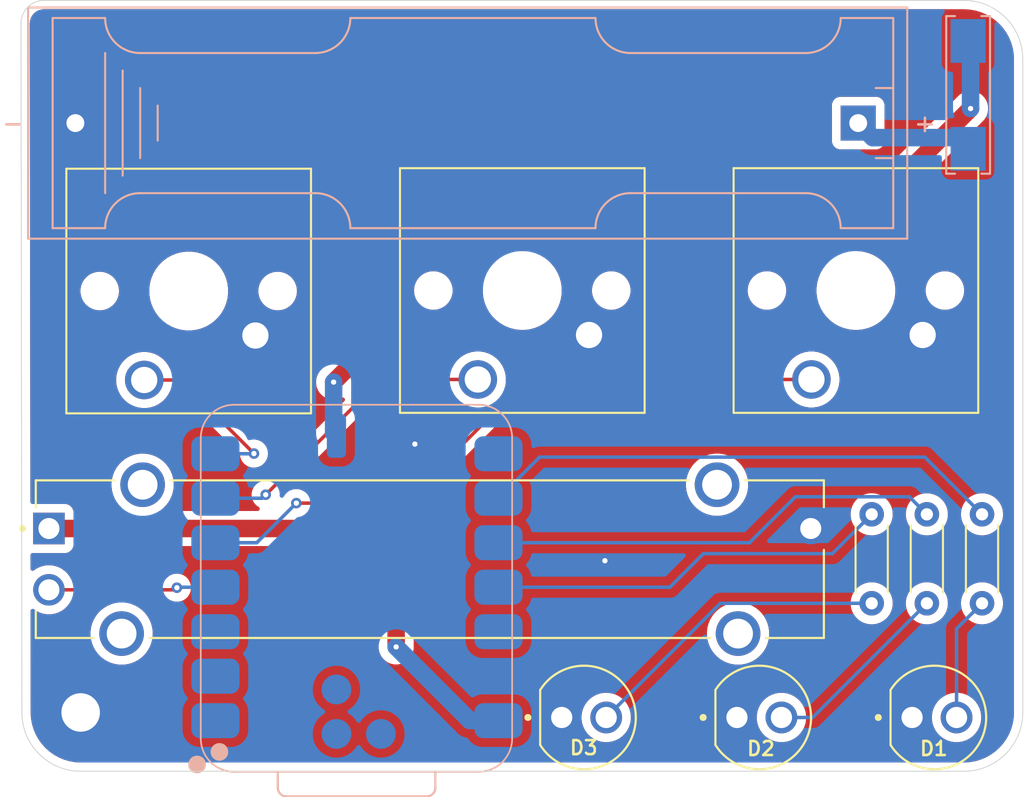
<source format=kicad_pcb>
(kicad_pcb (version 20241229) (generator "pcbnew") (generator_version "9.0")
  (layers (0 "F.Cu" signal) (2 "B.Cu" signal) (13 "F.Paste" user) (15 "B.Paste" user) (5 "F.SilkS" user "F.Silkscreen") (7 "B.SilkS" user "B.Silkscreen") (1 "F.Mask" user) (3 "B.Mask" user) (25 "Edge.Cuts" user))
  (net 0 "")
  (net 1 "+5V")
  (net 2 "Net-(D1-PadA)")
  (net 4 "LED1")
  (net 5 "S1")
  (net 6 "GND")
  (net 10 "S2")
  (net 12 "S3")
  (net 13 "Net-(SW4-B)")
  (net 14 "Net-(D2-PadA)")
  (net 15 "LED2")
  (net 16 "A0")
  (net 17 "LED3")
  (net 18 "Net-(D3-PadA)")
  (net 19 "Net-(BT1-+)")
  (footprint "Resistor_THT:R_Axial_DIN0204_L3.6mm_D1.6mm_P5.08mm_Horizontal" (layer "F.Cu") (at 170.34 142.94 -90)
    (property "Reference" "R3" (hide yes))
    (property "Value" "5k" (hide yes))
    (fp_line (start 0.62 0.92) (end 4.46 0.92) (stroke (width 0.12)) (layer "F.SilkS"))
    (fp_line (start 0.62 -0.92) (end 4.46 -0.92) (stroke (width 0.12)) (layer "F.SilkS"))
    (pad "1" thru_hole circle (at 0 0 270) (size 1.4 1.4) (drill 0.7) (layers "*.Cu" "*.Mask") (net 15 "LED2"))
    (pad "2" thru_hole circle (at 5.08 0 270) (size 1.4 1.4) (drill 0.7) (layers "*.Cu" "*.Mask") (net 14 "Net-(D2-PadA)"))
  )
  (footprint "e390cee6c564169ed6d49fe7a268946ec8897500_l08r5000q1:LEDRD254W57D500H1070" (layer "F.Cu") (at 150.76 154.54)
    (property "Reference" "D3" (at -0.013876 1.73 180) (layer "F.SilkS") (effects (font (size 0.8 0.8))))
    (property "Value" "L08R5000Q1" (hide yes))
    (fp_line (start -2.5 -1.566) (end -2.5 1.566) (stroke (width 0.127)) (layer "F.SilkS"))
    (fp_arc (start -2.5 -1.566) (mid 2.961291 0) (end -2.5 1.566) (stroke (width 0.127)) (layer "F.SilkS"))
    (fp_circle (center -3.2 0) (end -3.1 0) (stroke (width 0.2)) (fill no) (layer "F.SilkS"))
    (pad "A" thru_hole circle (at 1.27 0) (size 1.815 1.815) (drill 1.21) (layers "*.Cu" "*.Mask") (net 18 "Net-(D3-PadA)"))
    (pad "C" thru_hole rect (at -1.27 0) (size 1.815 1.815) (drill 1.21) (layers "*.Cu" "*.Mask") (net 6 "GND"))
  )
  (footprint "Button_Switch_Keyboard:SW_Cherry_MX_1.00u_PCB" (layer "F.Cu") (at 125.65 135.27 180)
    (property "Reference" "SW3" (hide yes))
    (property "Value" "SW_Push" (hide yes))
    (fp_line (start 4.445 12.065) (end -9.525 12.065) (stroke (width 0.12)) (layer "F.SilkS"))
    (fp_line (start 4.445 -1.905) (end 4.445 12.065) (stroke (width 0.12)) (layer "F.SilkS"))
    (fp_line (start -9.525 12.065) (end -9.525 -1.905) (stroke (width 0.12)) (layer "F.SilkS"))
    (fp_line (start -9.525 -1.905) (end 4.445 -1.905) (stroke (width 0.12)) (layer "F.SilkS"))
    (pad "" np_thru_hole circle (at -7.62 5.08 180) (size 1.7 1.7) (drill 1.7) (layers "*.Cu" "*.Mask"))
    (pad "" np_thru_hole circle (at -2.54 5.08 180) (size 4 4) (drill 4) (layers "*.Cu" "*.Mask"))
    (pad "" np_thru_hole circle (at 2.54 5.08 180) (size 1.7 1.7) (drill 1.7) (layers "*.Cu" "*.Mask"))
    (pad "1" thru_hole circle (at 0 0 180) (size 2.2 2.2) (drill 1.5) (layers "*.Cu" "*.Mask") (net 12 "S3"))
    (pad "2" thru_hole circle (at -6.35 2.54 180) (size 2.2 2.2) (drill 1.5) (layers "*.Cu" "*.Mask") (net 6 "GND"))
  )
  (footprint "e390cee6c564169ed6d49fe7a268946ec8897500_l08r5000q1:LEDRD254W57D500H1070" (layer "F.Cu") (at 170.766124 154.54)
    (property "Reference" "D1" (at -0.03 1.78 0) (layer "F.SilkS") (effects (font (size 0.8 0.8))))
    (property "Value" "L08R5000Q1" (hide yes))
    (fp_line (start -2.5 -1.566) (end -2.5 1.566) (stroke (width 0.127)) (layer "F.SilkS"))
    (fp_arc (start -2.5 -1.566) (mid 2.961291 0) (end -2.5 1.566) (stroke (width 0.127)) (layer "F.SilkS"))
    (fp_circle (center -3.2 0) (end -3.1 0) (stroke (width 0.2)) (fill no) (layer "F.SilkS"))
    (pad "A" thru_hole circle (at 1.27 0) (size 1.815 1.815) (drill 1.21) (layers "*.Cu" "*.Mask") (net 2 "Net-(D1-PadA)"))
    (pad "C" thru_hole rect (at -1.27 0) (size 1.815 1.815) (drill 1.21) (layers "*.Cu" "*.Mask") (net 6 "GND"))
  )
  (footprint "LOGO" (layer "F.Cu") (at 143.236124 117.54 180)
    (property "Reference" "G***" (hide yes))
    (property "Value" "LOGO" (hide yes))
  )
  (footprint "Button_Switch_Keyboard:SW_Cherry_MX_1.00u_PCB" (layer "F.Cu") (at 163.75 135.24 180)
    (property "Reference" "SW1" (hide yes))
    (property "Value" "SW_Push" (hide yes))
    (fp_line (start 4.445 12.065) (end -9.525 12.065) (stroke (width 0.12)) (layer "F.SilkS"))
    (fp_line (start 4.445 -1.905) (end 4.445 12.065) (stroke (width 0.12)) (layer "F.SilkS"))
    (fp_line (start -9.525 12.065) (end -9.525 -1.905) (stroke (width 0.12)) (layer "F.SilkS"))
    (fp_line (start -9.525 -1.905) (end 4.445 -1.905) (stroke (width 0.12)) (layer "F.SilkS"))
    (pad "" np_thru_hole circle (at -7.62 5.08 180) (size 1.7 1.7) (drill 1.7) (layers "*.Cu" "*.Mask"))
    (pad "" np_thru_hole circle (at -2.54 5.08 180) (size 4 4) (drill 4) (layers "*.Cu" "*.Mask"))
    (pad "" np_thru_hole circle (at 2.54 5.08 180) (size 1.7 1.7) (drill 1.7) (layers "*.Cu" "*.Mask"))
    (pad "1" thru_hole circle (at 0 0 180) (size 2.2 2.2) (drill 1.5) (layers "*.Cu" "*.Mask") (net 5 "S1"))
    (pad "2" thru_hole circle (at -6.35 2.54 180) (size 2.2 2.2) (drill 1.5) (layers "*.Cu" "*.Mask") (net 6 "GND"))
  )
  (footprint "Resistor_THT:R_Axial_DIN0204_L3.6mm_D1.6mm_P5.08mm_Horizontal" (layer "F.Cu") (at 167.19 142.94 -90)
    (property "Reference" "R4" (hide yes))
    (property "Value" "5k" (hide yes))
    (fp_line (start 0.62 0.92) (end 4.46 0.92) (stroke (width 0.12)) (layer "F.SilkS"))
    (fp_line (start 0.62 -0.92) (end 4.46 -0.92) (stroke (width 0.12)) (layer "F.SilkS"))
    (pad "1" thru_hole circle (at 0 0 270) (size 1.4 1.4) (drill 0.7) (layers "*.Cu" "*.Mask") (net 17 "LED3"))
    (pad "2" thru_hole circle (at 5.08 0 270) (size 1.4 1.4) (drill 0.7) (layers "*.Cu" "*.Mask") (net 18 "Net-(D3-PadA)"))
  )
  (footprint "e390cee6c564169ed6d49fe7a268946ec8897500_l08r5000q1:LEDRD254W57D500H1070" (layer "F.Cu") (at 160.766124 154.54)
    (property "Reference" "D2" (at 0.1 1.78 180) (layer "F.SilkS") (effects (font (size 0.8 0.8))))
    (property "Value" "L08R5000Q1" (hide yes))
    (fp_line (start -2.5 -1.566) (end -2.5 1.566) (stroke (width 0.127)) (layer "F.SilkS"))
    (fp_arc (start -2.5 -1.566) (mid 2.961291 0) (end -2.5 1.566) (stroke (width 0.127)) (layer "F.SilkS"))
    (fp_circle (center -3.2 0) (end -3.1 0) (stroke (width 0.2)) (fill no) (layer "F.SilkS"))
    (pad "A" thru_hole circle (at 1.27 0) (size 1.815 1.815) (drill 1.21) (layers "*.Cu" "*.Mask") (net 14 "Net-(D2-PadA)"))
    (pad "C" thru_hole rect (at -1.27 0) (size 1.815 1.815) (drill 1.21) (layers "*.Cu" "*.Mask") (net 6 "GND"))
  )
  (footprint "Resistor_THT:R_Axial_DIN0204_L3.6mm_D1.6mm_P5.08mm_Horizontal" (layer "F.Cu") (at 173.49 142.94 -90)
    (property "Reference" "R2" (hide yes))
    (property "Value" "5k" (hide yes))
    (fp_line (start 0.62 0.92) (end 4.46 0.92) (stroke (width 0.12)) (layer "F.SilkS"))
    (fp_line (start 0.62 -0.92) (end 4.46 -0.92) (stroke (width 0.12)) (layer "F.SilkS"))
    (pad "1" thru_hole circle (at 0 0 270) (size 1.4 1.4) (drill 0.7) (layers "*.Cu" "*.Mask") (net 4 "LED1"))
    (pad "2" thru_hole circle (at 5.08 0 270) (size 1.4 1.4) (drill 0.7) (layers "*.Cu" "*.Mask") (net 2 "Net-(D1-PadA)"))
  )
  (footprint "MountingHole:MountingHole_2.2mm_M2_DIN965_Pad" (layer "F.Cu") (at 122.0219 154.2541)
    (property "Reference" "H1" (hide yes))
    (property "Value" "MountingHole_Pad" (hide yes))
    (pad "1" thru_hole circle (at 0 0) (size 3.8 3.8) (drill 2.2) (layers "*.Cu" "*.Mask") (net 6 "GND"))
  )
  (footprint "Button_Switch_Keyboard:SW_Cherry_MX_1.00u_PCB" (layer "F.Cu") (at 144.7 135.24 180)
    (property "Reference" "SW2" (hide yes))
    (property "Value" "SW_Push" (hide yes))
    (fp_line (start 4.445 12.065) (end -9.525 12.065) (stroke (width 0.12)) (layer "F.SilkS"))
    (fp_line (start 4.445 -1.905) (end 4.445 12.065) (stroke (width 0.12)) (layer "F.SilkS"))
    (fp_line (start -9.525 12.065) (end -9.525 -1.905) (stroke (width 0.12)) (layer "F.SilkS"))
    (fp_line (start -9.525 -1.905) (end 4.445 -1.905) (stroke (width 0.12)) (layer "F.SilkS"))
    (pad "" np_thru_hole circle (at -7.62 5.08 180) (size 1.7 1.7) (drill 1.7) (layers "*.Cu" "*.Mask"))
    (pad "" np_thru_hole circle (at -2.54 5.08 180) (size 4 4) (drill 4) (layers "*.Cu" "*.Mask"))
    (pad "" np_thru_hole circle (at 2.54 5.08 180) (size 1.7 1.7) (drill 1.7) (layers "*.Cu" "*.Mask"))
    (pad "1" thru_hole circle (at 0 0 180) (size 2.2 2.2) (drill 1.5) (layers "*.Cu" "*.Mask") (net 10 "S2"))
    (pad "2" thru_hole circle (at -6.35 2.54 180) (size 2.2 2.2) (drill 1.5) (layers "*.Cu" "*.Mask") (net 6 "GND"))
  )
  (footprint "PTA3043_2015CPB103:TRIM_PTA3043-2015CPB103" (layer "F.Cu") (at 141.96 145.5)
    (property "Reference" "R1" (hide yes))
    (property "Value" "PTA6043-2015CPB103" (hide yes))
    (fp_line (start -22.5 -4.5) (end -17.995 -4.5) (stroke (width 0.127)) (layer "F.SilkS"))
    (fp_line (start -22.5 -2.97) (end -22.5 -4.5) (stroke (width 0.127)) (layer "F.SilkS"))
    (fp_line (start -22.5 4.5) (end -22.5 2.97) (stroke (width 0.127)) (layer "F.SilkS"))
    (fp_line (start -19.195 4.5) (end -22.5 4.5) (stroke (width 0.127)) (layer "F.SilkS"))
    (fp_line (start -16.005 4.5) (end 16.005 4.5) (stroke (width 0.127)) (layer "F.SilkS"))
    (fp_line (start -14.805 -4.5) (end 14.805 -4.5) (stroke (width 0.127)) (layer "F.SilkS"))
    (fp_line (start 17.995 -4.5) (end 22.5 -4.5) (stroke (width 0.127)) (layer "F.SilkS"))
    (fp_line (start 22.5 -4.5) (end 22.5 -2.97) (stroke (width 0.127)) (layer "F.SilkS"))
    (fp_line (start 22.5 4.5) (end 19.195 4.5) (stroke (width 0.127)) (layer "F.SilkS"))
    (fp_line (start 22.5 4.5) (end 22.5 -0.53) (stroke (width 0.127)) (layer "F.SilkS"))
    (fp_circle (center -23.25 -1.75) (end -23.15 -1.75) (stroke (width 0.2)) (fill no) (layer "F.SilkS"))
    (pad "1" thru_hole rect (at -21.75 -1.75) (size 1.8 1.8) (drill 1.2) (layers "*.Cu" "*.Mask") (net 1 "+5V"))
    (pad "2" thru_hole circle (at -21.75 1.75) (size 1.8 1.8) (drill 1.2) (layers "*.Cu" "*.Mask") (net 16 "A0"))
    (pad "3" thru_hole circle (at 21.75 -1.75) (size 1.8 1.8) (drill 1.2) (layers "*.Cu" "*.Mask") (net 6 "GND"))
    (pad "SH1" thru_hole circle (at -16.4 -4.25) (size 2.55 2.55) (drill 1.7) (layers "*.Cu" "*.Mask"))
    (pad "SH2" thru_hole circle (at -17.6 4.25) (size 2.55 2.55) (drill 1.7) (layers "*.Cu" "*.Mask"))
    (pad "SH3" thru_hole circle (at 16.4 -4.25) (size 2.55 2.55) (drill 1.7) (layers "*.Cu" "*.Mask"))
    (pad "SH4" thru_hole circle (at 17.6 4.25) (size 2.55 2.55) (drill 1.7) (layers "*.Cu" "*.Mask"))
  )
  (footprint "Battery:BatteryHolder_Keystone_2466_1xAAA" (layer "B.Cu") (at 166.42 120.6 180)
    (property "Reference" "BT1" (hide yes))
    (property "Value" "Battery" (hide yes))
    (fp_line (start 47.4 6.6) (end -2.8 6.6) (stroke (width 0.12)) (layer "B.SilkS"))
    (fp_line (start 47.4 -6.6) (end 47.4 6.6) (stroke (width 0.12)) (layer "B.SilkS"))
    (fp_line (start 46 6) (end 46 -6) (stroke (width 0.12)) (layer "B.SilkS"))
    (fp_line (start 46 6) (end 43 6) (stroke (width 0.12)) (layer "B.SilkS"))
    (fp_line (start 46 -6) (end 43 -6) (stroke (width 0.12)) (layer "B.SilkS"))
    (fp_line (start 43 4) (end 43 -4) (stroke (width 0.12)) (layer "B.SilkS"))
    (fp_line (start 42 -3) (end 42 3) (stroke (width 0.12)) (layer "B.SilkS"))
    (fp_line (start 41 4) (end 31 4) (stroke (width 0.12)) (layer "B.SilkS"))
    (fp_line (start 41 2) (end 41 -2) (stroke (width 0.12)) (layer "B.SilkS"))
    (fp_line (start 41 -4) (end 31 -4) (stroke (width 0.12)) (layer "B.SilkS"))
    (fp_line (start 40 1) (end 40 -1) (stroke (width 0.12)) (layer "B.SilkS"))
    (fp_line (start 29 6) (end 15 6) (stroke (width 0.12)) (layer "B.SilkS"))
    (fp_line (start 15 -6) (end 29 -6) (stroke (width 0.12)) (layer "B.SilkS"))
    (fp_line (start 3 4) (end 13 4) (stroke (width 0.12)) (layer "B.SilkS"))
    (fp_line (start 3 -4) (end 13 -4) (stroke (width 0.12)) (layer "B.SilkS"))
    (fp_line (start -1 -2) (end -2 -2) (stroke (width 0.12)) (layer "B.SilkS"))
    (fp_line (start -2 6) (end 1 6) (stroke (width 0.12)) (layer "B.SilkS"))
    (fp_line (start -2 6) (end -2 -6) (stroke (width 0.12)) (layer "B.SilkS"))
    (fp_line (start -2 2) (end -1 2) (stroke (width 0.12)) (layer "B.SilkS"))
    (fp_line (start -2 -6) (end 1 -6) (stroke (width 0.12)) (layer "B.SilkS"))
    (fp_line (start -2.8 6.6) (end -2.8 -6.6) (stroke (width 0.12)) (layer "B.SilkS"))
    (fp_line (start -2.8 -6.6) (end 47.4 -6.6) (stroke (width 0.12)) (layer "B.SilkS"))
    (fp_arc (start 43 -6) (mid 42.414214 -4.585786) (end 41 -4) (stroke (width 0.12)) (layer "B.SilkS"))
    (fp_arc (start 41 4) (mid 42.414214 4.585786) (end 43 6) (stroke (width 0.12)) (layer "B.SilkS"))
    (fp_arc (start 31 -4) (mid 29.585786 -4.585786) (end 29 -6) (stroke (width 0.12)) (layer "B.SilkS"))
    (fp_arc (start 29 6) (mid 29.585786 4.585786) (end 31 4) (stroke (width 0.12)) (layer "B.SilkS"))
    (fp_arc (start 15 -6) (mid 14.414214 -4.585786) (end 13 -4) (stroke (width 0.12)) (layer "B.SilkS"))
    (fp_arc (start 13 4) (mid 14.414214 4.585786) (end 15 6) (stroke (width 0.12)) (layer "B.SilkS"))
    (fp_arc (start 3 -4) (mid 1.585786 -4.585786) (end 1 -6) (stroke (width 0.12)) (layer "B.SilkS"))
    (fp_arc (start 1 6) (mid 1.585786 4.585786) (end 3 4) (stroke (width 0.12)) (layer "B.SilkS"))
    (fp_text user "+" (at -3.81 0 0) (layer "B.SilkS") (effects (justify mirror)))
    (fp_text user "-" (at 48.26 0 0) (layer "B.SilkS") (effects (justify mirror)))
    (pad "1" thru_hole rect (at 0 0 180) (size 2 2) (drill 1.02) (layers "*.Cu" "*.Mask") (net 19 "Net-(BT1-+)"))
    (pad "2" thru_hole circle (at 44.7 0 180) (size 2 2) (drill 1.02) (layers "*.Cu" "*.Mask") (net 6 "GND"))
  )
  (footprint "Button_Switch_SMD:SW_SPST_REED_CT05-XXXX-J1" (layer "B.Cu") (at 172.696124 118.99 90)
    (property "Reference" "SW4" (hide yes))
    (property "Value" "SW_SPST" (hide yes))
    (fp_line (start 4.5 -1.25) (end 4.5 -0.75) (stroke (width 0.12)) (layer "B.SilkS"))
    (fp_line (start -4.5 -1.25) (end 4.5 -1.25) (stroke (width 0.12)) (layer "B.SilkS"))
    (fp_line (start -4.5 -0.75) (end -4.5 -1.25) (stroke (width 0.12)) (layer "B.SilkS"))
    (fp_line (start 4.5 0.75) (end 4.5 1.25) (stroke (width 0.12)) (layer "B.SilkS"))
    (fp_line (start 4.5 1.25) (end -4.5 1.25) (stroke (width 0.12)) (layer "B.SilkS"))
    (fp_line (start -4.5 1.25) (end -4.5 0.75) (stroke (width 0.12)) (layer "B.SilkS"))
    (pad "1" smd rect (at -3.08 0 90) (size 2.5 2) (layers "B.Cu" "B.Mask" "B.Paste") (net 19 "Net-(BT1-+)"))
    (pad "2" smd rect (at 3.08 0 90) (size 2.5 2) (layers "B.Cu" "B.Mask" "B.Paste") (net 13 "Net-(SW4-B)"))
  )
  (footprint "Seeed Studio XIAO Series Library:XIAO-RP2040-SMD" (layer "B.Cu") (at 137.715 147.102)
    (property "Reference" "U1" (hide yes))
    (property "Value" "XIAO-RP2040-SMD" (hide yes))
    (fp_line (start -8.835 -8.513) (end -8.835 8.632) (stroke (width 0.1)) (layer "B.SilkS"))
    (fp_line (start -6.93 -10.418) (end 7.04 -10.418) (stroke (width 0.1)) (layer "B.SilkS"))
    (fp_line (start -4.44 10.537) (end -4.436272 11.447272) (stroke (width 0.127)) (layer "B.SilkS"))
    (fp_line (start -3.936272 11.947) (end 4.059 11.947) (stroke (width 0.127)) (layer "B.SilkS"))
    (fp_line (start 4.559 11.447) (end 4.559 10.537) (stroke (width 0.127)) (layer "B.SilkS"))
    (fp_line (start 7.04 10.537) (end -6.93 10.537) (stroke (width 0.1)) (layer "B.SilkS"))
    (fp_line (start 8.945 -8.513) (end 8.945 8.632) (stroke (width 0.1)) (layer "B.SilkS"))
    (fp_arc (start -8.835 -8.513) (mid -8.277038 -9.860038) (end -6.93 -10.418) (stroke (width 0.1)) (layer "B.SilkS"))
    (fp_arc (start -6.93 10.541) (mid -8.277038 9.983038) (end -8.835 8.636) (stroke (width 0.1)) (layer "B.SilkS"))
    (fp_arc (start -3.936272 11.947) (mid -4.289724 11.800644) (end -4.436272 11.447272) (stroke (width 0.127)) (layer "B.SilkS"))
    (fp_arc (start 4.559 11.447) (mid 4.412553 11.800553) (end 4.059 11.947) (stroke (width 0.127)) (layer "B.SilkS"))
    (fp_arc (start 7.04 -10.418) (mid 8.387038 -9.860038) (end 8.945 -8.513) (stroke (width 0.1)) (layer "B.SilkS"))
    (fp_arc (start 8.945 8.632) (mid 8.387038 9.979038) (end 7.04 10.537) (stroke (width 0.1)) (layer "B.SilkS"))
    (fp_circle (center -9.045 10.121) (end -9.045 10.375) (stroke (width 0.5)) (fill yes) (layer "B.SilkS"))
    (fp_circle (center -7.771 9.404) (end -7.771 9.658) (stroke (width 0.5)) (fill yes) (layer "B.SilkS"))
    (pad "1" smd roundrect (at -8 7.62) (size 2.75 2) (layers "B.Cu" "B.Mask" "B.Paste"))
    (pad "2" smd roundrect (at -8 5.08) (size 2.75 2) (layers "B.Cu" "B.Mask" "B.Paste"))
    (pad "3" smd roundrect (at -8 2.54) (size 2.75 2) (layers "B.Cu" "B.Mask" "B.Paste"))
    (pad "4" smd roundrect (at -8 0) (size 2.75 2) (layers "B.Cu" "B.Mask" "B.Paste") (net 16 "A0"))
    (pad "5" smd roundrect (at -8 -2.54) (size 2.75 2) (layers "B.Cu" "B.Mask" "B.Paste") (net 5 "S1"))
    (pad "6" smd roundrect (at -8 -5.08) (size 2.75 2) (layers "B.Cu" "B.Mask" "B.Paste") (net 10 "S2"))
    (pad "7" smd roundrect (at -8 -7.62) (size 2.75 2) (layers "B.Cu" "B.Mask" "B.Paste") (net 12 "S3"))
    (pad "8" smd roundrect (at 8.165 -7.62) (size 2.75 2) (layers "B.Cu" "B.Mask" "B.Paste"))
    (pad "9" smd roundrect (at 8.165 -5.08) (size 2.75 2) (layers "B.Cu" "B.Mask" "B.Paste") (net 4 "LED1"))
    (pad "10" smd roundrect (at 8.165 -2.54) (size 2.75 2) (layers "B.Cu" "B.Mask" "B.Paste") (net 15 "LED2"))
    (pad "11" smd roundrect (at 8.165 0) (size 2.75 2) (layers "B.Cu" "B.Mask" "B.Paste") (net 17 "LED3"))
    (pad "12" smd roundrect (at 8.165 2.54) (size 2.75 2) (layers "B.Cu" "B.Mask" "B.Paste"))
    (pad "13" smd roundrect (at 8.165 5.08) (size 2.75 2) (layers "B.Cu" "B.Mask" "B.Paste") (net 6 "GND"))
    (pad "14" smd roundrect (at 8.165 7.62) (size 2.75 2) (layers "B.Cu" "B.Mask" "B.Paste") (net 1 "+5V"))
    (pad "15" smd roundrect (at -1.088 -8.64 90) (size 2.5 1.1) (layers "B.Cu" "B.Mask" "B.Paste") (net 13 "Net-(SW4-B)"))
    (pad "16" smd roundrect (at 1.452 -8.64 90) (size 2.5 1.1) (layers "B.Cu" "B.Mask" "B.Paste") (net 6 "GND"))
    (pad "17" smd circle (at -1.088 8.378) (size 1.7 1.7) (layers "B.Cu" "B.Mask" "B.Paste"))
    (pad "18" smd circle (at 1.452 8.378) (size 1.7 1.7) (layers "B.Cu" "B.Mask" "B.Paste"))
    (pad "19" smd circle (at -1.088 5.838) (size 1.7 1.7) (layers "B.Cu" "B.Mask" "B.Paste"))
    (pad "20" smd circle (at 1.452 5.838) (size 1.7 1.7) (layers "B.Cu" "B.Mask" "B.Paste") (net 6 "GND"))
  )
  (gr_line (start 172.493038 157.610063) (end 122.0219 157.61) (stroke (width 0.05)) (layer "Edge.Cuts"))
  (gr_arc (start 172.460396 113.596914) (mid 174.821741 114.568262) (end 175.816124 116.92) (stroke (width 0.05)) (layer "Edge.Cuts"))
  (gr_arc (start 122.021852 157.61) (mid 119.660507 156.638652) (end 118.666124 154.286914) (stroke (width 0.05)) (layer "Edge.Cuts"))
  (gr_line (start 119.916664 113.596684) (end 172.4604 113.596914) (stroke (width 0.05)) (layer "Edge.Cuts"))
  (gr_arc (start 118.616124 114.91) (mid 118.996276 113.985852) (end 119.916664 113.596684) (stroke (width 0.05)) (layer "Edge.Cuts"))
  (gr_arc (start 175.816124 154.254272) (mid 174.844776 156.615617) (end 172.493038 157.61) (stroke (width 0.05)) (layer "Edge.Cuts"))
  (gr_line (start 118.616124 114.91) (end 118.666124 154.286914) (stroke (width 0.05)) (layer "Edge.Cuts"))
  (gr_line (start 175.816124 116.919827) (end 175.816124 154.254272) (stroke (width 0.05)) (layer "Edge.Cuts"))
  (segment (start 140.036124 148.24) (end 135.546124 143.75) (width 1) (layer "F.Cu") (net 1))
  (segment (start 135.546124 143.75) (end 120.21 143.75) (width 1) (layer "F.Cu") (net 1))
  (segment (start 140.036124 150.51) (end 140.036124 148.24) (width 1) (layer "F.Cu") (net 1))
  (via (at 140.036124 150.51) (size 0.6) (drill 0.3) (layers "F.Cu" "B.Cu") (net 1))
  (segment (start 144.236124 154.71) (end 145.868 154.71) (width 1) (layer "B.Cu") (net 1))
  (segment (start 140.036124 150.51) (end 144.236124 154.71) (width 1) (layer "B.Cu") (net 1))
  (segment (start 145.868 154.71) (end 145.88 154.722) (width 1) (layer "B.Cu") (net 1))
  (segment (start 172.036124 149.473876) (end 173.49 148.02) (width 0.2) (layer "B.Cu") (net 2))
  (segment (start 172.036124 154.54) (end 172.036124 149.473876) (width 0.2) (layer "B.Cu") (net 2))
  (segment (start 170.224 139.674) (end 173.49 142.94) (width 0.2) (layer "B.Cu") (net 4))
  (segment (start 148.228 139.674) (end 170.224 139.674) (width 0.2) (layer "B.Cu") (net 4))
  (segment (start 145.88 142.022) (end 148.228 139.674) (width 0.2) (layer "B.Cu") (net 4))
  (segment (start 134.336124 142.3) (end 140.466124 142.3) (width 0.2) (layer "F.Cu") (net 5))
  (segment (start 140.466124 142.3) (end 147.526124 135.24) (width 0.2) (layer "F.Cu") (net 5))
  (segment (start 147.526124 135.24) (end 163.75 135.24) (width 0.2) (layer "F.Cu") (net 5))
  (via (at 134.336124 142.3) (size 0.6) (drill 0.3) (layers "F.Cu" "B.Cu") (net 5))
  (segment (start 129.715 144.562) (end 132.074124 144.562) (width 0.2) (layer "B.Cu") (net 5))
  (segment (start 132.074124 144.562) (end 134.336124 142.3) (width 0.2) (layer "B.Cu") (net 5))
  (via (at 151.956124 145.59) (size 0.6) (drill 0.3) (layers "F.Cu" "B.Cu") (net 6))
  (via (at 141.106124 138.93) (size 0.6) (drill 0.3) (layers "F.Cu" "B.Cu") (net 6))
  (segment (start 145.88 152.182) (end 147.132 152.182) (width 1) (layer "B.Cu") (net 6))
  (segment (start 147.132 152.182) (end 149.49 154.54) (width 1) (layer "B.Cu") (net 6))
  (segment (start 139.166124 135.24) (end 144.7 135.24) (width 0.2) (layer "F.Cu") (net 10))
  (segment (start 132.586124 141.82) (end 139.166124 135.24) (width 0.2) (layer "F.Cu") (net 10))
  (via (at 132.586124 141.82) (size 0.6) (drill 0.3) (layers "F.Cu" "B.Cu") (net 10))
  (segment (start 129.715 142.022) (end 132.384124 142.022) (width 0.2) (layer "B.Cu") (net 10))
  (segment (start 132.384124 142.022) (end 132.586124 141.82) (width 0.2) (layer "B.Cu") (net 10))
  (segment (start 127.716124 135.27) (end 125.65 135.27) (width 0.2) (layer "F.Cu") (net 12))
  (segment (start 131.916124 139.47) (end 127.716124 135.27) (width 0.2) (layer "F.Cu") (net 12))
  (via (at 131.916124 139.47) (size 0.6) (drill 0.3) (layers "F.Cu" "B.Cu") (net 12))
  (segment (start 131.904124 139.482) (end 131.916124 139.47) (width 0.2) (layer "B.Cu") (net 12))
  (segment (start 129.715 139.482) (end 131.904124 139.482) (width 0.2) (layer "B.Cu") (net 12))
  (segment (start 144.489 129.020498) (end 144.489 131.299502) (width 1) (layer "F.Cu") (net 13))
  (segment (start 172.836124 119.77) (end 165.197124 127.409) (width 1) (layer "F.Cu") (net 13))
  (segment (start 165.197124 127.409) (end 146.100498 127.409) (width 1) (layer "F.Cu") (net 13))
  (segment (start 144.489 131.299502) (end 142.877502 132.911) (width 1) (layer "F.Cu") (net 13))
  (segment (start 146.100498 127.409) (end 144.489 129.020498) (width 1) (layer "F.Cu") (net 13))
  (segment (start 138.945124 132.911) (end 136.466124 135.39) (width 1) (layer "F.Cu") (net 13))
  (segment (start 142.877502 132.911) (end 138.945124 132.911) (width 1) (layer "F.Cu") (net 13))
  (via (at 136.466124 135.39) (size 0.6) (drill 0.3) (layers "F.Cu" "B.Cu") (net 13))
  (via (at 172.836124 119.77) (size 0.6) (drill 0.3) (layers "F.Cu" "B.Cu") (net 13))
  (segment (start 136.466124 138.301124) (end 136.627 138.462) (width 1) (layer "B.Cu") (net 13))
  (segment (start 172.836124 116.05) (end 172.696124 115.91) (width 1) (layer "B.Cu") (net 13))
  (segment (start 172.836124 119.77) (end 172.836124 116.05) (width 1) (layer "B.Cu") (net 13))
  (segment (start 136.466124 135.39) (end 136.466124 138.301124) (width 1) (layer "B.Cu") (net 13))
  (segment (start 163.82 154.54) (end 170.34 148.02) (width 0.2) (layer "B.Cu") (net 14))
  (segment (start 162.036124 154.54) (end 163.82 154.54) (width 0.2) (layer "B.Cu") (net 14))
  (segment (start 169.339 141.939) (end 162.837124 141.939) (width 0.2) (layer "B.Cu") (net 15))
  (segment (start 160.214124 144.562) (end 145.88 144.562) (width 0.2) (layer "B.Cu") (net 15))
  (segment (start 162.837124 141.939) (end 160.214124 144.562) (width 0.2) (layer "B.Cu") (net 15))
  (segment (start 170.34 142.94) (end 169.339 141.939) (width 0.2) (layer "B.Cu") (net 15))
  (segment (start 127.396124 147.25) (end 127.516124 147.13) (width 0.2) (layer "F.Cu") (net 16))
  (segment (start 120.21 147.25) (end 127.396124 147.25) (width 0.2) (layer "F.Cu") (net 16))
  (via (at 127.516124 147.13) (size 0.6) (drill 0.3) (layers "F.Cu" "B.Cu") (net 16))
  (segment (start 127.544124 147.102) (end 129.715 147.102) (width 0.2) (layer "B.Cu") (net 16))
  (segment (start 127.516124 147.13) (end 127.544124 147.102) (width 0.2) (layer "B.Cu") (net 16))
  (segment (start 145.88 147.102) (end 155.664124 147.102) (width 0.2) (layer "B.Cu") (net 17))
  (segment (start 167.19 142.94) (end 164.945 145.185) (width 0.2) (layer "B.Cu") (net 17))
  (segment (start 164.945 145.185) (end 157.581124 145.185) (width 0.2) (layer "B.Cu") (net 17))
  (segment (start 155.664124 147.102) (end 157.581124 145.185) (width 0.2) (layer "B.Cu") (net 17))
  (segment (start 158.55 148.02) (end 167.19 148.02) (width 0.2) (layer "B.Cu") (net 18))
  (segment (start 152.03 154.54) (end 158.55 148.02) (width 0.2) (layer "B.Cu") (net 18))
  (segment (start 172.73 121.43) (end 167.25 121.43) (width 1) (layer "B.Cu") (net 19))
  (segment (start 167.25 121.43) (end 166.42 120.6) (width 1) (layer "B.Cu") (net 19))
  (zone (net 6) (net_name "GND") (layers "F.Cu" "B.Cu") (connect_pads yes (clearance 0.5)) (min_thickness 0.25) (fill yes (thermal_gap 0.5) (thermal_bridge_width 0.5))
    (polygon (pts (xy 118.676124 113.6) (xy 118.666124 157.61) (xy 175.816124 157.61) (xy 175.816124 113.59)))
  )
)
</source>
